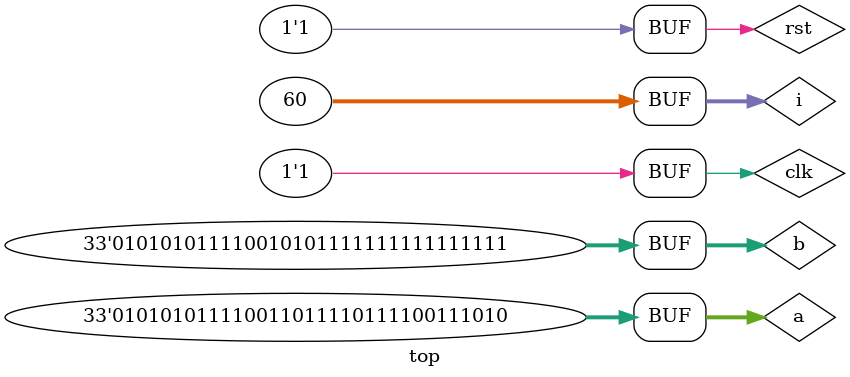
<source format=v>
`include "32wallace.v"

module top;
reg  signed [32:0]a,b;
integer i;
wire signed [64:0] c;
reg clk,rst;

wallace w_0(c,a,b,clk,rst);

initial
begin
#0  a=19; b=15;
#5  a=9943000; b=3302367;
#10  a=32'hffff_ff3a; b=32'hff3a_ffff;
#5  a=25983; b=641987;
#10  a=32'habcd_ef3a; b=32'habca_ffff;
end

initial
begin
clk=1;
rst=0;
rst=1;
for (i=0;i<60;i++)
#1 clk=~clk;
end

initial
 begin
 	$monitor($time,": A=%d\tB =%d;\tOutput:=%d\t",a,b,c);
 
end
endmodule

</source>
